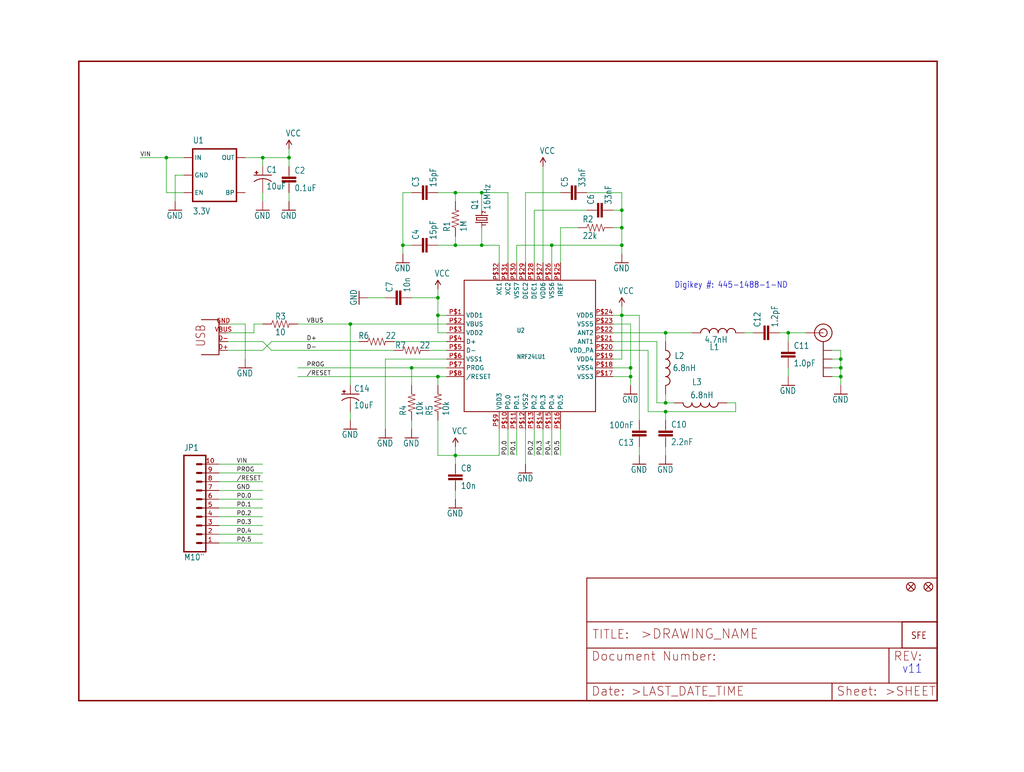
<source format=kicad_sch>
(kicad_sch (version 20211123) (generator eeschema)
  (paper "User" 297.002 223.926)
  (lib_symbols
    (symbol "eagleSchem-eagle-import:CAP0402-CAP"
      (property "Reference" "C" (at 1.524 2.921 0))
      (property "Value" "CAP0402-CAP" (at 1.524 -2.159 0))
      (symbol "CAP0402-CAP_1_0"
        (rectangle (start -2.032 0.508) (end 2.032 1.016) (fill (type outline)))
        (rectangle (start -2.032 1.524) (end 2.032 2.032) (fill (type outline)))
        (polyline (pts (xy 0 0) (xy 0 0.508)) (stroke (width 0.1524)))
        (polyline (pts (xy 0 2.54) (xy 0 2.032)) (stroke (width 0.1524)))
        (pin passive line (at 0 5.08 270) (length 2.54) (name "1") (number "1"))
        (pin passive line (at 0 -2.54 90) (length 2.54) (name "2") (number "2"))
      )
    )
    (symbol "eagleSchem-eagle-import:CAP_POL1206"
      (property "Reference" "C" (at 1.016 0.635 0))
      (property "Value" "CAP_POL1206" (at 1.016 -4.191 0))
      (symbol "CAP_POL1206_1_0"
        (rectangle (start -2.253 0.668) (end -1.364 0.795) (fill (type outline)))
        (rectangle (start -1.872 0.287) (end -1.745 1.176) (fill (type outline)))
        (arc (start 0 -1.0161) (mid -1.3021 -1.2302) (end -2.4669 -1.8504) (stroke (width 0.254)))
        (polyline (pts (xy -2.54 0) (xy 2.54 0)) (stroke (width 0.254)))
        (polyline (pts (xy 0 -1.016) (xy 0 -2.54)) (stroke (width 0.1524)))
        (arc (start 2.4892 -1.8542) (mid 1.3158 -1.2195) (end 0 -1) (stroke (width 0.254)))
        (pin passive line (at 0 2.54 270) (length 2.54) (name "+") (number "A"))
        (pin passive line (at 0 -5.08 90) (length 2.54) (name "-") (number "C"))
      )
    )
    (symbol "eagleSchem-eagle-import:CRYSTAL5X3"
      (property "Reference" "Q" (at 2.54 1.016 0))
      (property "Value" "CRYSTAL5X3" (at 2.54 -2.54 0))
      (symbol "CRYSTAL5X3_1_0"
        (polyline (pts (xy -2.54 0) (xy -1.016 0)) (stroke (width 0.1524)))
        (polyline (pts (xy -1.016 1.778) (xy -1.016 -1.778)) (stroke (width 0.254)))
        (polyline (pts (xy -0.381 -1.524) (xy 0.381 -1.524)) (stroke (width 0.254)))
        (polyline (pts (xy -0.381 1.524) (xy -0.381 -1.524)) (stroke (width 0.254)))
        (polyline (pts (xy 0.381 -1.524) (xy 0.381 1.524)) (stroke (width 0.254)))
        (polyline (pts (xy 0.381 1.524) (xy -0.381 1.524)) (stroke (width 0.254)))
        (polyline (pts (xy 1.016 0) (xy 2.54 0)) (stroke (width 0.1524)))
        (polyline (pts (xy 1.016 1.778) (xy 1.016 -1.778)) (stroke (width 0.254)))
        (text "1" (at -2.159 -1.143 0) (effects (font (size 0.8636 0.734)) (justify left bottom)))
        (text "2" (at 1.524 -1.143 0) (effects (font (size 0.8636 0.734)) (justify left bottom)))
        (pin passive line (at -2.54 0 0) (length 0) (name "1") (number "1"))
        (pin passive line (at 2.54 0 180) (length 0) (name "2") (number "3"))
      )
    )
    (symbol "eagleSchem-eagle-import:FIDUCIAL1X2"
      (symbol "FIDUCIAL1X2_1_0"
        (polyline (pts (xy -0.762 0.762) (xy 0.762 -0.762)) (stroke (width 0.254)))
        (polyline (pts (xy 0.762 0.762) (xy -0.762 -0.762)) (stroke (width 0.254)))
        (circle (center 0 0) (radius 1.27) (stroke (width 0.254)))
      )
    )
    (symbol "eagleSchem-eagle-import:FRAME-LETTER"
      (symbol "FRAME-LETTER_1_0"
        (polyline (pts (xy 0 0) (xy 248.92 0)) (stroke (width 0.4064)))
        (polyline (pts (xy 0 185.42) (xy 0 0)) (stroke (width 0.4064)))
        (polyline (pts (xy 0 185.42) (xy 248.92 185.42)) (stroke (width 0.4064)))
        (polyline (pts (xy 248.92 185.42) (xy 248.92 0)) (stroke (width 0.4064)))
      )
      (symbol "FRAME-LETTER_2_0"
        (polyline (pts (xy 0 0) (xy 0 5.08)) (stroke (width 0.254)))
        (polyline (pts (xy 0 0) (xy 71.12 0)) (stroke (width 0.254)))
        (polyline (pts (xy 0 5.08) (xy 0 15.24)) (stroke (width 0.254)))
        (polyline (pts (xy 0 5.08) (xy 71.12 5.08)) (stroke (width 0.254)))
        (polyline (pts (xy 0 15.24) (xy 0 22.86)) (stroke (width 0.254)))
        (polyline (pts (xy 0 22.86) (xy 0 35.56)) (stroke (width 0.254)))
        (polyline (pts (xy 0 22.86) (xy 101.6 22.86)) (stroke (width 0.254)))
        (polyline (pts (xy 71.12 0) (xy 101.6 0)) (stroke (width 0.254)))
        (polyline (pts (xy 71.12 5.08) (xy 71.12 0)) (stroke (width 0.254)))
        (polyline (pts (xy 71.12 5.08) (xy 87.63 5.08)) (stroke (width 0.254)))
        (polyline (pts (xy 87.63 5.08) (xy 101.6 5.08)) (stroke (width 0.254)))
        (polyline (pts (xy 87.63 15.24) (xy 0 15.24)) (stroke (width 0.254)))
        (polyline (pts (xy 87.63 15.24) (xy 87.63 5.08)) (stroke (width 0.254)))
        (polyline (pts (xy 101.6 5.08) (xy 101.6 0)) (stroke (width 0.254)))
        (polyline (pts (xy 101.6 15.24) (xy 87.63 15.24)) (stroke (width 0.254)))
        (polyline (pts (xy 101.6 15.24) (xy 101.6 5.08)) (stroke (width 0.254)))
        (polyline (pts (xy 101.6 22.86) (xy 101.6 15.24)) (stroke (width 0.254)))
        (polyline (pts (xy 101.6 35.56) (xy 0 35.56)) (stroke (width 0.254)))
        (polyline (pts (xy 101.6 35.56) (xy 101.6 22.86)) (stroke (width 0.254)))
        (text ">DRAWING_NAME" (at 15.494 17.78 0) (effects (font (size 2.7432 2.7432)) (justify left bottom)))
        (text ">LAST_DATE_TIME" (at 12.7 1.27 0) (effects (font (size 2.54 2.54)) (justify left bottom)))
        (text ">SHEET" (at 86.36 1.27 0) (effects (font (size 2.54 2.54)) (justify left bottom)))
        (text "Date:" (at 1.27 1.27 0) (effects (font (size 2.54 2.54)) (justify left bottom)))
        (text "Document Number:" (at 1.27 11.43 0) (effects (font (size 2.54 2.54)) (justify left bottom)))
        (text "REV:" (at 88.9 11.43 0) (effects (font (size 2.54 2.54)) (justify left bottom)))
        (text "Sheet:" (at 72.39 1.27 0) (effects (font (size 2.54 2.54)) (justify left bottom)))
        (text "TITLE:" (at 1.524 17.78 0) (effects (font (size 2.54 2.54)) (justify left bottom)))
      )
    )
    (symbol "eagleSchem-eagle-import:GND" (power)
      (property "Value" "GND" (at -2.54 -2.54 0))
      (symbol "GND_1_0"
        (polyline (pts (xy -1.905 0) (xy 1.905 0)) (stroke (width 0.254)))
        (pin power_in line (at 0 2.54 270) (length 2.54) (name "GND") (number "1"))
      )
    )
    (symbol "eagleSchem-eagle-import:INDUCTOR0402"
      (property "Value" "INDUCTOR0402" (at 2.54 -5.08 0))
      (symbol "INDUCTOR0402_1_0"
        (arc (start 0 -5.08) (mid 0.898 -4.708) (end 1.27 -3.81) (stroke (width 0.254)))
        (arc (start 0 -2.54) (mid 0.898 -2.168) (end 1.27 -1.27) (stroke (width 0.254)))
        (arc (start 0 0) (mid 0.898 0.372) (end 1.27 1.27) (stroke (width 0.254)))
        (arc (start 0 2.54) (mid 0.898 2.912) (end 1.27 3.81) (stroke (width 0.254)))
        (arc (start 1.27 -3.81) (mid 0.898 -2.912) (end 0 -2.54) (stroke (width 0.254)))
        (arc (start 1.27 -1.27) (mid 0.898 -0.372) (end 0 0) (stroke (width 0.254)))
        (arc (start 1.27 1.27) (mid 0.898 2.168) (end 0 2.54) (stroke (width 0.254)))
        (arc (start 1.27 3.81) (mid 0.898 4.708) (end 0 5.08) (stroke (width 0.254)))
        (pin passive line (at 0 7.62 270) (length 2.54) (name "1") (number "1"))
        (pin passive line (at 0 -7.62 90) (length 2.54) (name "2") (number "2"))
      )
    )
    (symbol "eagleSchem-eagle-import:LOGO-SFENEW"
      (symbol "LOGO-SFENEW_1_0"
        (polyline (pts (xy -2.54 -2.54) (xy 7.62 -2.54)) (stroke (width 0.254)))
        (polyline (pts (xy -2.54 5.08) (xy -2.54 -2.54)) (stroke (width 0.254)))
        (polyline (pts (xy 7.62 -2.54) (xy 7.62 5.08)) (stroke (width 0.254)))
        (polyline (pts (xy 7.62 5.08) (xy -2.54 5.08)) (stroke (width 0.254)))
        (text "SFE" (at 0 0 0) (effects (font (size 1.9304 1.6408)) (justify left bottom)))
      )
    )
    (symbol "eagleSchem-eagle-import:LOGO-SFESK"
      (symbol "LOGO-SFESK_1_0"
        (polyline (pts (xy -2.54 -2.54) (xy 7.62 -2.54)) (stroke (width 0.254)))
        (polyline (pts (xy -2.54 5.08) (xy -2.54 -2.54)) (stroke (width 0.254)))
        (polyline (pts (xy 7.62 -2.54) (xy 7.62 5.08)) (stroke (width 0.254)))
        (polyline (pts (xy 7.62 5.08) (xy -2.54 5.08)) (stroke (width 0.254)))
        (text "SFE" (at 0 0 0) (effects (font (size 1.9304 1.6408)) (justify left bottom)))
      )
    )
    (symbol "eagleSchem-eagle-import:M10{dblquote}"
      (property "Reference" "JP" (at 0 8.89 0))
      (property "Value" "M10{dblquote}" (at 0 -22.86 0))
      (symbol "M10{dblquote}_1_0"
        (polyline (pts (xy 0 7.62) (xy 0 -20.32)) (stroke (width 0.4064)))
        (polyline (pts (xy 0 7.62) (xy 6.35 7.62)) (stroke (width 0.4064)))
        (polyline (pts (xy 3.81 -17.78) (xy 5.08 -17.78)) (stroke (width 0.6096)))
        (polyline (pts (xy 3.81 -15.24) (xy 5.08 -15.24)) (stroke (width 0.6096)))
        (polyline (pts (xy 3.81 -12.7) (xy 5.08 -12.7)) (stroke (width 0.6096)))
        (polyline (pts (xy 3.81 -10.16) (xy 5.08 -10.16)) (stroke (width 0.6096)))
        (polyline (pts (xy 3.81 -7.62) (xy 5.08 -7.62)) (stroke (width 0.6096)))
        (polyline (pts (xy 3.81 -5.08) (xy 5.08 -5.08)) (stroke (width 0.6096)))
        (polyline (pts (xy 3.81 -2.54) (xy 5.08 -2.54)) (stroke (width 0.6096)))
        (polyline (pts (xy 3.81 0) (xy 5.08 0)) (stroke (width 0.6096)))
        (polyline (pts (xy 3.81 2.54) (xy 5.08 2.54)) (stroke (width 0.6096)))
        (polyline (pts (xy 3.81 5.08) (xy 5.08 5.08)) (stroke (width 0.6096)))
        (polyline (pts (xy 6.35 -20.32) (xy 0 -20.32)) (stroke (width 0.4064)))
        (polyline (pts (xy 6.35 -20.32) (xy 6.35 7.62)) (stroke (width 0.4064)))
        (pin passive line (at 10.16 -17.78 180) (length 5.08) (name "1") (number "1"))
        (pin passive line (at 10.16 5.08 180) (length 5.08) (name "10") (number "10"))
        (pin passive line (at 10.16 -15.24 180) (length 5.08) (name "2") (number "2"))
        (pin passive line (at 10.16 -12.7 180) (length 5.08) (name "3") (number "3"))
        (pin passive line (at 10.16 -10.16 180) (length 5.08) (name "4") (number "4"))
        (pin passive line (at 10.16 -7.62 180) (length 5.08) (name "5") (number "5"))
        (pin passive line (at 10.16 -5.08 180) (length 5.08) (name "6") (number "6"))
        (pin passive line (at 10.16 -2.54 180) (length 5.08) (name "7") (number "7"))
        (pin passive line (at 10.16 0 180) (length 5.08) (name "8") (number "8"))
        (pin passive line (at 10.16 2.54 180) (length 5.08) (name "9") (number "9"))
      )
    )
    (symbol "eagleSchem-eagle-import:NRF24LU1"
      (property "Value" "NRF24LU1" (at -2.54 -5.08 0))
      (symbol "NRF24LU1_1_0"
        (polyline (pts (xy -17.78 -20.32) (xy -17.78 17.78)) (stroke (width 0.254)))
        (polyline (pts (xy -17.78 -20.32) (xy 20.32 -20.32)) (stroke (width 0.254)))
        (polyline (pts (xy -17.78 17.78) (xy 20.32 17.78)) (stroke (width 0.254)))
        (polyline (pts (xy 20.32 17.78) (xy 20.32 -20.32)) (stroke (width 0.254)))
        (pin bidirectional line (at -22.86 7.62 0) (length 5.08) (name "VDD1") (number "P$1"))
        (pin bidirectional line (at -5.08 -25.4 90) (length 5.08) (name "P0.0") (number "P$10"))
        (pin bidirectional line (at -2.54 -25.4 90) (length 5.08) (name "P0.1") (number "P$11"))
        (pin bidirectional line (at 0 -25.4 90) (length 5.08) (name "VSS2") (number "P$12"))
        (pin bidirectional line (at 2.54 -25.4 90) (length 5.08) (name "P0.2") (number "P$13"))
        (pin bidirectional line (at 5.08 -25.4 90) (length 5.08) (name "P0.3") (number "P$14"))
        (pin bidirectional line (at 7.62 -25.4 90) (length 5.08) (name "P0.4") (number "P$15"))
        (pin bidirectional line (at 10.16 -25.4 90) (length 5.08) (name "P0.5") (number "P$16"))
        (pin bidirectional line (at 25.4 -10.16 180) (length 5.08) (name "VSS3") (number "P$17"))
        (pin bidirectional line (at 25.4 -7.62 180) (length 5.08) (name "VSS4") (number "P$18"))
        (pin bidirectional line (at 25.4 -5.08 180) (length 5.08) (name "VDD4") (number "P$19"))
        (pin bidirectional line (at -22.86 5.08 0) (length 5.08) (name "VBUS") (number "P$2"))
        (pin bidirectional line (at 25.4 -2.54 180) (length 5.08) (name "VDD_PA") (number "P$20"))
        (pin bidirectional line (at 25.4 0 180) (length 5.08) (name "ANT1") (number "P$21"))
        (pin bidirectional line (at 25.4 2.54 180) (length 5.08) (name "ANT2") (number "P$22"))
        (pin bidirectional line (at 25.4 5.08 180) (length 5.08) (name "VSS5") (number "P$23"))
        (pin bidirectional line (at 25.4 7.62 180) (length 5.08) (name "VDD5") (number "P$24"))
        (pin bidirectional line (at 10.16 22.86 270) (length 5.08) (name "IREF") (number "P$25"))
        (pin bidirectional line (at 7.62 22.86 270) (length 5.08) (name "VSS6") (number "P$26"))
        (pin bidirectional line (at 5.08 22.86 270) (length 5.08) (name "VDD6") (number "P$27"))
        (pin bidirectional line (at 2.54 22.86 270) (length 5.08) (name "DEC1") (number "P$28"))
        (pin bidirectional line (at 0 22.86 270) (length 5.08) (name "DEC2") (number "P$29"))
        (pin bidirectional line (at -22.86 2.54 0) (length 5.08) (name "VDD2") (number "P$3"))
        (pin bidirectional line (at -2.54 22.86 270) (length 5.08) (name "VSS7") (number "P$30"))
        (pin bidirectional line (at -5.08 22.86 270) (length 5.08) (name "XC2") (number "P$31"))
        (pin bidirectional line (at -7.62 22.86 270) (length 5.08) (name "XC1") (number "P$32"))
        (pin bidirectional line (at -22.86 0 0) (length 5.08) (name "D+") (number "P$4"))
        (pin bidirectional line (at -22.86 -2.54 0) (length 5.08) (name "D-") (number "P$5"))
        (pin bidirectional line (at -22.86 -5.08 0) (length 5.08) (name "VSS1") (number "P$6"))
        (pin bidirectional line (at -22.86 -7.62 0) (length 5.08) (name "PROG") (number "P$7"))
        (pin bidirectional line (at -22.86 -10.16 0) (length 5.08) (name "/RESET") (number "P$8"))
        (pin bidirectional line (at -7.62 -25.4 90) (length 5.08) (name "VDD3") (number "P$9"))
      )
    )
    (symbol "eagleSchem-eagle-import:RESISTOR0402-RES"
      (property "Reference" "R" (at -3.81 1.4986 0))
      (property "Value" "RESISTOR0402-RES" (at -3.81 -3.302 0))
      (symbol "RESISTOR0402-RES_1_0"
        (polyline (pts (xy -2.54 0) (xy -2.159 1.016)) (stroke (width 0.1524)))
        (polyline (pts (xy -2.159 1.016) (xy -1.524 -1.016)) (stroke (width 0.1524)))
        (polyline (pts (xy -1.524 -1.016) (xy -0.889 1.016)) (stroke (width 0.1524)))
        (polyline (pts (xy -0.889 1.016) (xy -0.254 -1.016)) (stroke (width 0.1524)))
        (polyline (pts (xy -0.254 -1.016) (xy 0.381 1.016)) (stroke (width 0.1524)))
        (polyline (pts (xy 0.381 1.016) (xy 1.016 -1.016)) (stroke (width 0.1524)))
        (polyline (pts (xy 1.016 -1.016) (xy 1.651 1.016)) (stroke (width 0.1524)))
        (polyline (pts (xy 1.651 1.016) (xy 2.286 -1.016)) (stroke (width 0.1524)))
        (polyline (pts (xy 2.286 -1.016) (xy 2.54 0)) (stroke (width 0.1524)))
        (pin passive line (at -5.08 0 0) (length 2.54) (name "1") (number "1"))
        (pin passive line (at 5.08 0 180) (length 2.54) (name "2") (number "2"))
      )
    )
    (symbol "eagleSchem-eagle-import:RESISTOR1206"
      (property "Reference" "R" (at -3.81 1.4986 0))
      (property "Value" "RESISTOR1206" (at -3.81 -3.302 0))
      (symbol "RESISTOR1206_1_0"
        (polyline (pts (xy -2.54 0) (xy -2.159 1.016)) (stroke (width 0.1524)))
        (polyline (pts (xy -2.159 1.016) (xy -1.524 -1.016)) (stroke (width 0.1524)))
        (polyline (pts (xy -1.524 -1.016) (xy -0.889 1.016)) (stroke (width 0.1524)))
        (polyline (pts (xy -0.889 1.016) (xy -0.254 -1.016)) (stroke (width 0.1524)))
        (polyline (pts (xy -0.254 -1.016) (xy 0.381 1.016)) (stroke (width 0.1524)))
        (polyline (pts (xy 0.381 1.016) (xy 1.016 -1.016)) (stroke (width 0.1524)))
        (polyline (pts (xy 1.016 -1.016) (xy 1.651 1.016)) (stroke (width 0.1524)))
        (polyline (pts (xy 1.651 1.016) (xy 2.286 -1.016)) (stroke (width 0.1524)))
        (polyline (pts (xy 2.286 -1.016) (xy 2.54 0)) (stroke (width 0.1524)))
        (pin passive line (at -5.08 0 0) (length 2.54) (name "1") (number "1"))
        (pin passive line (at 5.08 0 180) (length 2.54) (name "2") (number "2"))
      )
    )
    (symbol "eagleSchem-eagle-import:SMA_EDGE"
      (symbol "SMA_EDGE_1_0"
        (polyline (pts (xy 0 -2.54) (xy 0 -12.7)) (stroke (width 0.254)))
        (circle (center 0 0) (radius 1.1359) (stroke (width 0.254)))
        (circle (center 0 0) (radius 2.54) (stroke (width 0.254)))
        (pin bidirectional line (at -2.54 -5.08 0) (length 2.54) (name "GND@0") (number "GND@0"))
        (pin bidirectional line (at -2.54 -7.62 0) (length 2.54) (name "GND@1") (number "GND@1"))
        (pin bidirectional line (at -2.54 -10.16 0) (length 2.54) (name "GND@2") (number "GND@2"))
        (pin bidirectional line (at -2.54 -12.7 0) (length 2.54) (name "GND@3") (number "GND@3"))
        (pin bidirectional line (at 5.08 0 180) (length 5.08) (name "SIGNAL") (number "SIG"))
      )
    )
    (symbol "eagleSchem-eagle-import:USBSMD"
      (symbol "USBSMD_1_0"
        (polyline (pts (xy 0 -1.27) (xy 5.08 -1.27)) (stroke (width 0.254)))
        (polyline (pts (xy 0 8.89) (xy 0 -1.27)) (stroke (width 0.254)))
        (polyline (pts (xy 5.08 8.89) (xy 0 8.89)) (stroke (width 0.254)))
        (text "USB" (at 3.81 0 900) (effects (font (size 2.54 2.159)) (justify left bottom)))
        (pin bidirectional line (at -2.54 7.62 0) (length 2.54) (name "D+") (number "D+"))
        (pin bidirectional line (at -2.54 5.08 0) (length 2.54) (name "D-") (number "D-"))
        (pin bidirectional line (at -2.54 0 0) (length 2.54) (name "GND") (number "GND"))
        (pin bidirectional line (at -2.54 2.54 0) (length 2.54) (name "VBUS") (number "VBUS"))
      )
    )
    (symbol "eagleSchem-eagle-import:VCC" (power)
      (property "Value" "VCC" (at -1.016 3.556 0))
      (symbol "VCC_1_0"
        (polyline (pts (xy 0 2.54) (xy -0.762 1.27)) (stroke (width 0.254)))
        (polyline (pts (xy 0.762 1.27) (xy 0 2.54)) (stroke (width 0.254)))
        (pin power_in line (at 0 0 90) (length 2.54) (name "VCC") (number "1"))
      )
    )
    (symbol "eagleSchem-eagle-import:V_REG_LDOSMD"
      (property "Value" "V_REG_LDOSMD" (at -7.62 -11.43 0))
      (symbol "V_REG_LDOSMD_1_0"
        (polyline (pts (xy -7.62 -7.62) (xy 5.08 -7.62)) (stroke (width 0.4064)))
        (polyline (pts (xy -7.62 7.62) (xy -7.62 -7.62)) (stroke (width 0.4064)))
        (polyline (pts (xy 5.08 -7.62) (xy 5.08 7.62)) (stroke (width 0.4064)))
        (polyline (pts (xy 5.08 7.62) (xy -7.62 7.62)) (stroke (width 0.4064)))
        (pin input line (at -10.16 5.08 0) (length 2.54) (name "IN") (number "1"))
        (pin input line (at -10.16 0 0) (length 2.54) (name "GND") (number "2"))
        (pin input line (at -10.16 -5.08 0) (length 2.54) (name "EN") (number "3"))
        (pin input line (at 7.62 -5.08 180) (length 2.54) (name "BP") (number "4"))
        (pin passive line (at 7.62 5.08 180) (length 2.54) (name "OUT") (number "5"))
      )
    )
  )
  (junction (at 193.04 96.52))
  (junction (at 182.88 109.22))
  (junction (at 132.08 55.88))
  (junction (at 228.6 96.52))
  (junction (at 160.02 71.12))
  (junction (at 101.6 93.98))
  (junction (at 180.34 66.04))
  (junction (at 48.26 45.72))
  (junction (at 132.08 71.12))
  (junction (at 180.34 60.96))
  (junction (at 193.04 119.38))
  (junction (at 243.84 104.14))
  (junction (at 180.34 91.44))
  (junction (at 119.38 106.68))
  (junction (at 139.7 71.12))
  (junction (at 76.2 45.72))
  (junction (at 180.34 71.12))
  (junction (at 127 86.36))
  (junction (at 139.7 55.88))
  (junction (at 182.88 106.68))
  (junction (at 127 91.44))
  (junction (at 116.84 71.12))
  (junction (at 243.84 106.68))
  (junction (at 132.08 132.08))
  (junction (at 83.82 45.72))
  (junction (at 127 109.22))
  (junction (at 193.04 116.84))
  (junction (at 243.84 109.22))
  (wire (pts (xy 177.8 106.68) (xy 182.88 106.68)))
  (wire (pts (xy 132.08 132.08) (xy 132.08 129.54)))
  (wire (pts (xy 177.8 96.52) (xy 193.04 96.52)))
  (wire (pts (xy 243.84 106.68) (xy 243.84 109.22)))
  (wire (pts (xy 63.5 154.94) (xy 76.2 154.94)))
  (wire (pts (xy 132.08 134.62) (xy 132.08 132.08)))
  (wire (pts (xy 157.48 124.46) (xy 157.48 132.08)))
  (wire (pts (xy 129.54 91.44) (xy 127 91.44)))
  (wire (pts (xy 185.42 129.54) (xy 185.42 132.08)))
  (wire (pts (xy 119.38 71.12) (xy 116.84 71.12)))
  (wire (pts (xy 132.08 132.08) (xy 144.78 132.08)))
  (wire (pts (xy 83.82 43.18) (xy 83.82 45.72)))
  (wire (pts (xy 101.6 111.76) (xy 101.6 93.98)))
  (wire (pts (xy 127 121.92) (xy 127 132.08)))
  (wire (pts (xy 101.6 119.38) (xy 101.6 121.92)))
  (wire (pts (xy 129.54 106.68) (xy 119.38 106.68)))
  (wire (pts (xy 116.84 71.12) (xy 116.84 55.88)))
  (wire (pts (xy 48.26 45.72) (xy 48.26 55.88)))
  (wire (pts (xy 213.36 116.84) (xy 210.82 116.84)))
  (wire (pts (xy 243.84 109.22) (xy 243.84 111.76)))
  (wire (pts (xy 116.84 55.88) (xy 119.38 55.88)))
  (wire (pts (xy 149.86 76.2) (xy 149.86 71.12)))
  (wire (pts (xy 127 109.22) (xy 86.36 109.22)))
  (wire (pts (xy 147.32 55.88) (xy 147.32 76.2)))
  (wire (pts (xy 190.5 99.06) (xy 190.5 116.84)))
  (wire (pts (xy 139.7 71.12) (xy 144.78 71.12)))
  (wire (pts (xy 111.76 104.14) (xy 111.76 124.46)))
  (wire (pts (xy 193.04 116.84) (xy 195.58 116.84)))
  (wire (pts (xy 63.5 137.16) (xy 76.2 137.16)))
  (wire (pts (xy 63.5 157.48) (xy 76.2 157.48)))
  (wire (pts (xy 177.8 109.22) (xy 182.88 109.22)))
  (wire (pts (xy 124.46 101.6) (xy 129.54 101.6)))
  (wire (pts (xy 187.96 101.6) (xy 187.96 119.38)))
  (wire (pts (xy 180.34 91.44) (xy 185.42 91.44)))
  (wire (pts (xy 48.26 45.72) (xy 40.64 45.72)))
  (wire (pts (xy 144.78 132.08) (xy 144.78 124.46)))
  (wire (pts (xy 182.88 93.98) (xy 182.88 106.68)))
  (wire (pts (xy 127 109.22) (xy 127 111.76)))
  (wire (pts (xy 177.8 101.6) (xy 187.96 101.6)))
  (wire (pts (xy 154.94 124.46) (xy 154.94 132.08)))
  (wire (pts (xy 144.78 71.12) (xy 144.78 76.2)))
  (wire (pts (xy 63.5 147.32) (xy 76.2 147.32)))
  (wire (pts (xy 241.3 101.6) (xy 243.84 101.6)))
  (wire (pts (xy 177.8 93.98) (xy 182.88 93.98)))
  (wire (pts (xy 193.04 114.3) (xy 193.04 116.84)))
  (wire (pts (xy 119.38 106.68) (xy 86.36 106.68)))
  (wire (pts (xy 127 91.44) (xy 127 86.36)))
  (wire (pts (xy 132.08 58.42) (xy 132.08 55.88)))
  (wire (pts (xy 177.8 104.14) (xy 180.34 104.14)))
  (wire (pts (xy 86.36 93.98) (xy 101.6 93.98)))
  (wire (pts (xy 53.34 45.72) (xy 48.26 45.72)))
  (wire (pts (xy 63.5 139.7) (xy 76.2 139.7)))
  (wire (pts (xy 241.3 109.22) (xy 243.84 109.22)))
  (wire (pts (xy 48.26 55.88) (xy 53.34 55.88)))
  (wire (pts (xy 50.8 50.8) (xy 50.8 58.42)))
  (wire (pts (xy 162.56 124.46) (xy 162.56 132.08)))
  (wire (pts (xy 200.66 96.52) (xy 193.04 96.52)))
  (wire (pts (xy 149.86 71.12) (xy 160.02 71.12)))
  (wire (pts (xy 193.04 119.38) (xy 213.36 119.38)))
  (wire (pts (xy 180.34 60.96) (xy 180.34 55.88)))
  (wire (pts (xy 132.08 71.12) (xy 127 71.12)))
  (wire (pts (xy 127 86.36) (xy 127 83.82)))
  (wire (pts (xy 157.48 76.2) (xy 157.48 48.26)))
  (wire (pts (xy 187.96 119.38) (xy 193.04 119.38)))
  (wire (pts (xy 243.84 101.6) (xy 243.84 104.14)))
  (wire (pts (xy 182.88 106.68) (xy 182.88 109.22)))
  (wire (pts (xy 228.6 106.68) (xy 228.6 109.22)))
  (wire (pts (xy 78.74 99.06) (xy 76.2 101.6)))
  (wire (pts (xy 180.34 104.14) (xy 180.34 91.44)))
  (wire (pts (xy 132.08 55.88) (xy 127 55.88)))
  (wire (pts (xy 119.38 111.76) (xy 119.38 106.68)))
  (wire (pts (xy 177.8 60.96) (xy 180.34 60.96)))
  (wire (pts (xy 114.3 101.6) (xy 78.74 101.6)))
  (wire (pts (xy 152.4 124.46) (xy 152.4 134.62)))
  (wire (pts (xy 63.5 144.78) (xy 76.2 144.78)))
  (wire (pts (xy 213.36 119.38) (xy 213.36 116.84)))
  (wire (pts (xy 139.7 55.88) (xy 132.08 55.88)))
  (wire (pts (xy 76.2 48.26) (xy 76.2 45.72)))
  (wire (pts (xy 132.08 68.58) (xy 132.08 71.12)))
  (wire (pts (xy 177.8 66.04) (xy 180.34 66.04)))
  (wire (pts (xy 180.34 71.12) (xy 180.34 73.66)))
  (wire (pts (xy 129.54 99.06) (xy 114.3 99.06)))
  (wire (pts (xy 162.56 76.2) (xy 162.56 66.04)))
  (wire (pts (xy 241.3 106.68) (xy 243.84 106.68)))
  (wire (pts (xy 116.84 71.12) (xy 116.84 73.66)))
  (wire (pts (xy 129.54 109.22) (xy 127 109.22)))
  (wire (pts (xy 139.7 60.96) (xy 139.7 55.88)))
  (wire (pts (xy 154.94 60.96) (xy 170.18 60.96)))
  (wire (pts (xy 78.74 101.6) (xy 76.2 99.06)))
  (wire (pts (xy 228.6 96.52) (xy 226.06 96.52)))
  (wire (pts (xy 193.04 119.38) (xy 193.04 121.92)))
  (wire (pts (xy 228.6 96.52) (xy 233.68 96.52)))
  (wire (pts (xy 241.3 104.14) (xy 243.84 104.14)))
  (wire (pts (xy 139.7 66.04) (xy 139.7 71.12)))
  (wire (pts (xy 63.5 142.24) (xy 76.2 142.24)))
  (wire (pts (xy 218.44 96.52) (xy 215.9 96.52)))
  (wire (pts (xy 160.02 71.12) (xy 180.34 71.12)))
  (wire (pts (xy 71.12 93.98) (xy 66.04 93.98)))
  (wire (pts (xy 190.5 116.84) (xy 193.04 116.84)))
  (wire (pts (xy 177.8 91.44) (xy 180.34 91.44)))
  (wire (pts (xy 180.34 91.44) (xy 180.34 88.9)))
  (wire (pts (xy 76.2 58.42) (xy 76.2 55.88)))
  (wire (pts (xy 104.14 99.06) (xy 78.74 99.06)))
  (wire (pts (xy 147.32 124.46) (xy 147.32 132.08)))
  (wire (pts (xy 132.08 142.24) (xy 132.08 144.78)))
  (wire (pts (xy 76.2 45.72) (xy 83.82 45.72)))
  (wire (pts (xy 63.5 134.62) (xy 76.2 134.62)))
  (wire (pts (xy 180.34 66.04) (xy 180.34 60.96)))
  (wire (pts (xy 193.04 99.06) (xy 193.04 96.52)))
  (wire (pts (xy 228.6 99.06) (xy 228.6 96.52)))
  (wire (pts (xy 127 132.08) (xy 132.08 132.08)))
  (wire (pts (xy 76.2 93.98) (xy 73.66 93.98)))
  (wire (pts (xy 111.76 86.36) (xy 106.68 86.36)))
  (wire (pts (xy 193.04 129.54) (xy 193.04 132.08)))
  (wire (pts (xy 127 96.52) (xy 127 91.44)))
  (wire (pts (xy 83.82 55.88) (xy 83.82 58.42)))
  (wire (pts (xy 71.12 93.98) (xy 71.12 104.14)))
  (wire (pts (xy 243.84 104.14) (xy 243.84 106.68)))
  (wire (pts (xy 63.5 152.4) (xy 76.2 152.4)))
  (wire (pts (xy 53.34 50.8) (xy 50.8 50.8)))
  (wire (pts (xy 73.66 93.98) (xy 73.66 96.52)))
  (wire (pts (xy 152.4 55.88) (xy 162.56 55.88)))
  (wire (pts (xy 154.94 76.2) (xy 154.94 60.96)))
  (wire (pts (xy 160.02 76.2) (xy 160.02 71.12)))
  (wire (pts (xy 180.34 71.12) (xy 180.34 66.04)))
  (wire (pts (xy 76.2 101.6) (xy 66.04 101.6)))
  (wire (pts (xy 119.38 121.92) (xy 119.38 124.46)))
  (wire (pts (xy 139.7 55.88) (xy 147.32 55.88)))
  (wire (pts (xy 177.8 99.06) (xy 190.5 99.06)))
  (wire (pts (xy 129.54 104.14) (xy 111.76 104.14)))
  (wire (pts (xy 129.54 96.52) (xy 127 96.52)))
  (wire (pts (xy 139.7 71.12) (xy 132.08 71.12)))
  (wire (pts (xy 76.2 99.06) (xy 66.04 99.06)))
  (wire (pts (xy 129.54 93.98) (xy 101.6 93.98)))
  (wire (pts (xy 185.42 91.44) (xy 185.42 121.92)))
  (wire (pts (xy 152.4 76.2) (xy 152.4 55.88)))
  (wire (pts (xy 182.88 109.22) (xy 182.88 111.76)))
  (wire (pts (xy 63.5 149.86) (xy 76.2 149.86)))
  (wire (pts (xy 180.34 55.88) (xy 170.18 55.88)))
  (wire (pts (xy 83.82 48.26) (xy 83.82 45.72)))
  (wire (pts (xy 127 86.36) (xy 119.38 86.36)))
  (wire (pts (xy 149.86 124.46) (xy 149.86 132.08)))
  (wire (pts (xy 73.66 96.52) (xy 66.04 96.52)))
  (wire (pts (xy 160.02 124.46) (xy 160.02 132.08)))
  (wire (pts (xy 71.12 45.72) (xy 76.2 45.72)))
  (wire (pts (xy 162.56 66.04) (xy 167.64 66.04)))
  (text "v11" (at 261.62 195.58 180) (effects (font (size 2.54 2.159)) (justify left bottom)))
  (text "Digikey #: 445-1488-1-ND" (at 195.58 83.82 180) (effects (font (size 1.778 1.5113)) (justify left bottom)))
  (label "P0.2" (at 68.58 149.86 0) (effects (font (size 1.2446 1.2446))))
  (label "D+" (at 88.9 99.06 0) (effects (font (size 1.2446 1.2446))))
  (label "GND" (at 68.58 142.24 0) (effects (font (size 1.2446 1.2446))))
  (label "/RESET" (at 88.9 109.22 0) (effects (font (size 1.2446 1.2446))))
  (label "/RESET" (at 68.58 139.7 0) (effects (font (size 1.2446 1.2446))))
  (label "VIN" (at 68.58 134.62 0) (effects (font (size 1.2446 1.2446))))
  (label "VIN" (at 40.64 45.72 0) (effects (font (size 1.2446 1.2446))))
  (label "P0.2" (at 154.94 132.08 90) (effects (font (size 1.2446 1.2446))))
  (label "P0.1" (at 149.86 132.08 90) (effects (font (size 1.2446 1.2446))))
  (label "P0.5" (at 68.58 157.48 0) (effects (font (size 1.2446 1.2446))))
  (label "P0.0" (at 68.58 144.78 0) (effects (font (size 1.2446 1.2446))))
  (label "P0.4" (at 160.02 132.08 90) (effects (font (size 1.2446 1.2446))))
  (label "PROG" (at 68.58 137.16 0) (effects (font (size 1.2446 1.2446))))
  (label "P0.5" (at 162.56 132.08 90) (effects (font (size 1.2446 1.2446))))
  (label "P0.1" (at 68.58 147.32 0) (effects (font (size 1.2446 1.2446))))
  (label "P0.4" (at 68.58 154.94 0) (effects (font (size 1.2446 1.2446))))
  (label "PROG" (at 88.9 106.68 0) (effects (font (size 1.2446 1.2446))))
  (label "P0.0" (at 147.32 132.08 90) (effects (font (size 1.2446 1.2446))))
  (label "D-" (at 88.9 101.6 0) (effects (font (size 1.2446 1.2446))))
  (label "P0.3" (at 157.48 132.08 90) (effects (font (size 1.2446 1.2446))))
  (label "VBUS" (at 88.9 93.98 0) (effects (font (size 1.2446 1.2446))))
  (label "P0.3" (at 68.58 152.4 0) (effects (font (size 1.2446 1.2446))))
  (symbol (lib_id "eagleSchem-eagle-import:FRAME-LETTER") (at 22.86 203.2 0) (unit 1)
    (property "Reference" "#FRAME1" (effects hide))
    (property "Value" "FRAME-LETTER" (effects hide))
    (property "Footprint" "eagleSchem:" (effects hide))
  )
  (symbol (lib_id "eagleSchem-eagle-import:NRF24LU1") (at 152.4 99.06 0) (unit 1)
    (property "Reference" "U2" (at 149.86 96.52 0) (effects (font (size 1.27 1.0795)) (justify left bottom)))
    (property "Value" "NRF24LU1" (at 149.86 104.14 0) (effects (font (size 1.27 1.0795)) (justify left bottom)))
    (property "Footprint" "eagleSchem:QFN-32" (effects hide))
  )
  (symbol (lib_id "eagleSchem-eagle-import:VCC") (at 83.82 43.18 0) (unit 1)
    (property "Reference" "#P+1" (effects hide))
    (property "Value" "VCC" (at 82.804 39.624 0) (effects (font (size 1.778 1.5113)) (justify left bottom)))
    (property "Footprint" "eagleSchem:" (effects hide))
  )
  (symbol (lib_id "eagleSchem-eagle-import:CRYSTAL5X3") (at 139.7 63.5 90) (unit 1)
    (property "Reference" "Q1" (at 138.684 60.96 0) (effects (font (size 1.778 1.5113)) (justify left bottom)))
    (property "Value" "16MHz" (at 142.24 60.96 0) (effects (font (size 1.778 1.5113)) (justify left bottom)))
    (property "Footprint" "eagleSchem:CRYSTAL-SMD-5X3" (effects hide))
  )
  (symbol (lib_id "eagleSchem-eagle-import:FRAME-LETTER") (at 170.18 203.2 0) (unit 2)
    (property "Reference" "#FRAME1" (effects hide))
    (property "Value" "FRAME-LETTER" (effects hide))
    (property "Footprint" "eagleSchem:" (effects hide))
  )
  (symbol (lib_id "eagleSchem-eagle-import:GND") (at 104.14 86.36 270) (unit 1)
    (property "Reference" "#GND12" (effects hide))
    (property "Value" "GND" (at 101.6 83.82 0) (effects (font (size 1.778 1.5113)) (justify left bottom)))
    (property "Footprint" "eagleSchem:" (effects hide))
  )
  (symbol (lib_id "eagleSchem-eagle-import:SMA_EDGE") (at 238.76 96.52 0) (mirror y) (unit 1)
    (property "Reference" "J$1" (effects hide))
    (property "Value" "SMA_EDGE" (effects hide))
    (property "Footprint" "eagleSchem:SMA-EDGE" (effects hide))
  )
  (symbol (lib_id "eagleSchem-eagle-import:CAP_POL1206") (at 101.6 114.3 0) (unit 1)
    (property "Reference" "C14" (at 102.616 113.665 0) (effects (font (size 1.778 1.5113)) (justify left bottom)))
    (property "Value" "10uF" (at 102.616 118.491 0) (effects (font (size 1.778 1.5113)) (justify left bottom)))
    (property "Footprint" "eagleSchem:EIA3216" (effects hide))
  )
  (symbol (lib_id "eagleSchem-eagle-import:CAP0402-CAP") (at 223.52 96.52 90) (unit 1)
    (property "Reference" "C12" (at 220.599 94.996 0) (effects (font (size 1.778 1.5113)) (justify left bottom)))
    (property "Value" "1.2pF" (at 225.679 94.996 0) (effects (font (size 1.778 1.5113)) (justify left bottom)))
    (property "Footprint" "eagleSchem:0402-CAP" (effects hide))
  )
  (symbol (lib_id "eagleSchem-eagle-import:CAP0402-CAP") (at 132.08 139.7 0) (unit 1)
    (property "Reference" "C8" (at 133.604 136.779 0) (effects (font (size 1.778 1.5113)) (justify left bottom)))
    (property "Value" "10n" (at 133.604 141.859 0) (effects (font (size 1.778 1.5113)) (justify left bottom)))
    (property "Footprint" "eagleSchem:0402-CAP" (effects hide))
  )
  (symbol (lib_id "eagleSchem-eagle-import:INDUCTOR0402") (at 203.2 116.84 270) (unit 1)
    (property "Reference" "L3" (at 200.66 111.76 90) (effects (font (size 1.778 1.5113)) (justify left bottom)))
    (property "Value" "6.8nH" (at 200.152 115.57 90) (effects (font (size 1.778 1.5113)) (justify left bottom)))
    (property "Footprint" "eagleSchem:C0402" (effects hide))
  )
  (symbol (lib_id "eagleSchem-eagle-import:GND") (at 185.42 134.62 0) (unit 1)
    (property "Reference" "#GND17" (effects hide))
    (property "Value" "GND" (at 182.88 137.16 0) (effects (font (size 1.778 1.5113)) (justify left bottom)))
    (property "Footprint" "eagleSchem:" (effects hide))
  )
  (symbol (lib_id "eagleSchem-eagle-import:FIDUCIAL1X2") (at 269.24 170.18 0) (unit 1)
    (property "Reference" "U$13" (effects hide))
    (property "Value" "FIDUCIAL1X2" (effects hide))
    (property "Footprint" "eagleSchem:FIDUCIAL-1X2" (effects hide))
  )
  (symbol (lib_id "eagleSchem-eagle-import:USBSMD") (at 63.5 93.98 180) (unit 1)
    (property "Reference" "X1" (effects hide))
    (property "Value" "USBSMD" (effects hide))
    (property "Footprint" "eagleSchem:USB-MINIB" (effects hide))
  )
  (symbol (lib_id "eagleSchem-eagle-import:CAP0402-CAP") (at 124.46 71.12 90) (unit 1)
    (property "Reference" "C4" (at 121.539 69.596 0) (effects (font (size 1.778 1.5113)) (justify left bottom)))
    (property "Value" "15pF" (at 126.619 69.596 0) (effects (font (size 1.778 1.5113)) (justify left bottom)))
    (property "Footprint" "eagleSchem:0402-CAP" (effects hide))
  )
  (symbol (lib_id "eagleSchem-eagle-import:INDUCTOR0402") (at 208.28 96.52 90) (unit 1)
    (property "Reference" "L1" (at 205.74 101.6 90) (effects (font (size 1.778 1.5113)) (justify right top)))
    (property "Value" "4.7nH" (at 211.074 97.536 90) (effects (font (size 1.778 1.5113)) (justify left bottom)))
    (property "Footprint" "eagleSchem:C0402" (effects hide))
  )
  (symbol (lib_id "eagleSchem-eagle-import:RESISTOR0402-RES") (at 127 116.84 90) (unit 1)
    (property "Reference" "R5" (at 125.5014 120.65 0) (effects (font (size 1.778 1.5113)) (justify left bottom)))
    (property "Value" "10k" (at 130.302 120.65 0) (effects (font (size 1.778 1.5113)) (justify left bottom)))
    (property "Footprint" "eagleSchem:0402-RES" (effects hide))
  )
  (symbol (lib_id "eagleSchem-eagle-import:CAP0402-CAP") (at 83.82 53.34 0) (unit 1)
    (property "Reference" "C2" (at 85.344 50.419 0) (effects (font (size 1.778 1.5113)) (justify left bottom)))
    (property "Value" "0.1uF" (at 85.344 55.499 0) (effects (font (size 1.778 1.5113)) (justify left bottom)))
    (property "Footprint" "eagleSchem:0402-CAP" (effects hide))
  )
  (symbol (lib_id "eagleSchem-eagle-import:GND") (at 116.84 76.2 0) (unit 1)
    (property "Reference" "#GND3" (effects hide))
    (property "Value" "GND" (at 114.3 78.74 0) (effects (font (size 1.778 1.5113)) (justify left bottom)))
    (property "Footprint" "eagleSchem:" (effects hide))
  )
  (symbol (lib_id "eagleSchem-eagle-import:RESISTOR0402-RES") (at 119.38 101.6 0) (unit 1)
    (property "Reference" "R7" (at 114.554 101.1174 0) (effects (font (size 1.778 1.5113)) (justify left bottom)))
    (property "Value" "22" (at 121.666 101.092 0) (effects (font (size 1.778 1.5113)) (justify left bottom)))
    (property "Footprint" "eagleSchem:0402-RES" (effects hide))
  )
  (symbol (lib_id "eagleSchem-eagle-import:CAP0402-CAP") (at 193.04 127 0) (unit 1)
    (property "Reference" "C10" (at 194.564 124.079 0) (effects (font (size 1.778 1.5113)) (justify left bottom)))
    (property "Value" "2.2nF" (at 194.564 129.159 0) (effects (font (size 1.778 1.5113)) (justify left bottom)))
    (property "Footprint" "eagleSchem:0402-CAP" (effects hide))
  )
  (symbol (lib_id "eagleSchem-eagle-import:CAP0402-CAP") (at 116.84 86.36 90) (unit 1)
    (property "Reference" "C7" (at 113.919 84.836 0) (effects (font (size 1.778 1.5113)) (justify left bottom)))
    (property "Value" "10n" (at 118.999 84.836 0) (effects (font (size 1.778 1.5113)) (justify left bottom)))
    (property "Footprint" "eagleSchem:0402-CAP" (effects hide))
  )
  (symbol (lib_id "eagleSchem-eagle-import:GND") (at 50.8 60.96 0) (unit 1)
    (property "Reference" "#GND1" (effects hide))
    (property "Value" "GND" (at 48.26 63.5 0) (effects (font (size 1.778 1.5113)) (justify left bottom)))
    (property "Footprint" "eagleSchem:" (effects hide))
  )
  (symbol (lib_id "eagleSchem-eagle-import:CAP0402-CAP") (at 185.42 124.46 180) (unit 1)
    (property "Reference" "C13" (at 183.896 127.381 0) (effects (font (size 1.778 1.5113)) (justify left bottom)))
    (property "Value" "100nF" (at 183.896 122.301 0) (effects (font (size 1.778 1.5113)) (justify left bottom)))
    (property "Footprint" "eagleSchem:0402-CAP" (effects hide))
  )
  (symbol (lib_id "eagleSchem-eagle-import:VCC") (at 127 83.82 0) (unit 1)
    (property "Reference" "#P+5" (effects hide))
    (property "Value" "VCC" (at 125.984 80.264 0) (effects (font (size 1.778 1.5113)) (justify left bottom)))
    (property "Footprint" "eagleSchem:" (effects hide))
  )
  (symbol (lib_id "eagleSchem-eagle-import:RESISTOR0402-RES") (at 132.08 63.5 90) (unit 1)
    (property "Reference" "R1" (at 130.5814 67.31 0) (effects (font (size 1.778 1.5113)) (justify left bottom)))
    (property "Value" "1M" (at 135.382 67.31 0) (effects (font (size 1.778 1.5113)) (justify left bottom)))
    (property "Footprint" "eagleSchem:0402-RES" (effects hide))
  )
  (symbol (lib_id "eagleSchem-eagle-import:GND") (at 76.2 60.96 0) (unit 1)
    (property "Reference" "#GND2" (effects hide))
    (property "Value" "GND" (at 73.66 63.5 0) (effects (font (size 1.778 1.5113)) (justify left bottom)))
    (property "Footprint" "eagleSchem:" (effects hide))
  )
  (symbol (lib_id "eagleSchem-eagle-import:LOGO-SFENEW") (at 264.16 185.42 0) (unit 1)
    (property "Reference" "JP2" (effects hide))
    (property "Value" "LOGO-SFENEW" (effects hide))
    (property "Footprint" "eagleSchem:SFE-NEW-WEBLOGO" (effects hide))
  )
  (symbol (lib_id "eagleSchem-eagle-import:CAP0402-CAP") (at 167.64 55.88 90) (unit 1)
    (property "Reference" "C5" (at 164.719 54.356 0) (effects (font (size 1.778 1.5113)) (justify left bottom)))
    (property "Value" "33nF" (at 169.799 54.356 0) (effects (font (size 1.778 1.5113)) (justify left bottom)))
    (property "Footprint" "eagleSchem:0402-CAP" (effects hide))
  )
  (symbol (lib_id "eagleSchem-eagle-import:VCC") (at 180.34 88.9 0) (unit 1)
    (property "Reference" "#P+4" (effects hide))
    (property "Value" "VCC" (at 179.324 85.344 0) (effects (font (size 1.778 1.5113)) (justify left bottom)))
    (property "Footprint" "eagleSchem:" (effects hide))
  )
  (symbol (lib_id "eagleSchem-eagle-import:V_REG_LDOSMD") (at 63.5 50.8 0) (unit 1)
    (property "Reference" "U1" (at 55.88 41.656 0) (effects (font (size 1.778 1.5113)) (justify left bottom)))
    (property "Value" "3.3V" (at 55.88 62.23 0) (effects (font (size 1.778 1.5113)) (justify left bottom)))
    (property "Footprint" "eagleSchem:SOT23-5" (effects hide))
  )
  (symbol (lib_id "eagleSchem-eagle-import:VCC") (at 157.48 48.26 0) (unit 1)
    (property "Reference" "#P+2" (effects hide))
    (property "Value" "VCC" (at 156.464 44.704 0) (effects (font (size 1.778 1.5113)) (justify left bottom)))
    (property "Footprint" "eagleSchem:" (effects hide))
  )
  (symbol (lib_id "eagleSchem-eagle-import:GND") (at 119.38 127 0) (unit 1)
    (property "Reference" "#GND8" (effects hide))
    (property "Value" "GND" (at 116.84 129.54 0) (effects (font (size 1.778 1.5113)) (justify left bottom)))
    (property "Footprint" "eagleSchem:" (effects hide))
  )
  (symbol (lib_id "eagleSchem-eagle-import:LOGO-SFESK") (at 264.16 185.42 0) (unit 1)
    (property "Reference" "U$14" (effects hide))
    (property "Value" "LOGO-SFESK" (effects hide))
    (property "Footprint" "eagleSchem:SFE-LOGO-FLAME" (effects hide))
  )
  (symbol (lib_id "eagleSchem-eagle-import:CAP0402-CAP") (at 175.26 60.96 90) (unit 1)
    (property "Reference" "C6" (at 172.339 59.436 0) (effects (font (size 1.778 1.5113)) (justify left bottom)))
    (property "Value" "33nF" (at 177.419 59.436 0) (effects (font (size 1.778 1.5113)) (justify left bottom)))
    (property "Footprint" "eagleSchem:0402-CAP" (effects hide))
  )
  (symbol (lib_id "eagleSchem-eagle-import:M10{dblquote}") (at 53.34 139.7 0) (unit 1)
    (property "Reference" "JP1" (at 53.34 130.81 0) (effects (font (size 1.778 1.5113)) (justify left bottom)))
    (property "Value" "M10{dblquote}" (at 53.34 162.56 0) (effects (font (size 1.778 1.5113)) (justify left bottom)))
    (property "Footprint" "eagleSchem:1X10" (effects hide))
  )
  (symbol (lib_id "eagleSchem-eagle-import:GND") (at 180.34 76.2 0) (unit 1)
    (property "Reference" "#GND4" (effects hide))
    (property "Value" "GND" (at 177.8 78.74 0) (effects (font (size 1.778 1.5113)) (justify left bottom)))
    (property "Footprint" "eagleSchem:" (effects hide))
  )
  (symbol (lib_id "eagleSchem-eagle-import:GND") (at 83.82 60.96 0) (unit 1)
    (property "Reference" "#GND6" (effects hide))
    (property "Value" "GND" (at 81.28 63.5 0) (effects (font (size 1.778 1.5113)) (justify left bottom)))
    (property "Footprint" "eagleSchem:" (effects hide))
  )
  (symbol (lib_id "eagleSchem-eagle-import:INDUCTOR0402") (at 193.04 106.68 0) (unit 1)
    (property "Reference" "L2" (at 195.58 104.14 0) (effects (font (size 1.778 1.5113)) (justify left bottom)))
    (property "Value" "6.8nH" (at 195.072 107.696 0) (effects (font (size 1.778 1.5113)) (justify left bottom)))
    (property "Footprint" "eagleSchem:C0402" (effects hide))
  )
  (symbol (lib_id "eagleSchem-eagle-import:GND") (at 228.6 111.76 0) (unit 1)
    (property "Reference" "#GND15" (effects hide))
    (property "Value" "GND" (at 226.06 114.3 0) (effects (font (size 1.778 1.5113)) (justify left bottom)))
    (property "Footprint" "eagleSchem:" (effects hide))
  )
  (symbol (lib_id "eagleSchem-eagle-import:GND") (at 111.76 127 0) (unit 1)
    (property "Reference" "#GND11" (effects hide))
    (property "Value" "GND" (at 109.22 129.54 0) (effects (font (size 1.778 1.5113)) (justify left bottom)))
    (property "Footprint" "eagleSchem:" (effects hide))
  )
  (symbol (lib_id "eagleSchem-eagle-import:GND") (at 243.84 114.3 0) (unit 1)
    (property "Reference" "#GND18" (effects hide))
    (property "Value" "GND" (at 241.3 116.84 0) (effects (font (size 1.778 1.5113)) (justify left bottom)))
    (property "Footprint" "eagleSchem:" (effects hide))
  )
  (symbol (lib_id "eagleSchem-eagle-import:RESISTOR0402-RES") (at 109.22 99.06 0) (unit 1)
    (property "Reference" "R6" (at 103.886 98.3234 0) (effects (font (size 1.778 1.5113)) (justify left bottom)))
    (property "Value" "22" (at 111.76 98.298 0) (effects (font (size 1.778 1.5113)) (justify left bottom)))
    (property "Footprint" "eagleSchem:0402-RES" (effects hide))
  )
  (symbol (lib_id "eagleSchem-eagle-import:GND") (at 193.04 134.62 0) (unit 1)
    (property "Reference" "#GND13" (effects hide))
    (property "Value" "GND" (at 190.5 137.16 0) (effects (font (size 1.778 1.5113)) (justify left bottom)))
    (property "Footprint" "eagleSchem:" (effects hide))
  )
  (symbol (lib_id "eagleSchem-eagle-import:RESISTOR0402-RES") (at 119.38 116.84 90) (unit 1)
    (property "Reference" "R4" (at 117.8814 120.65 0) (effects (font (size 1.778 1.5113)) (justify left bottom)))
    (property "Value" "10k" (at 122.682 120.65 0) (effects (font (size 1.778 1.5113)) (justify left bottom)))
    (property "Footprint" "eagleSchem:0402-RES" (effects hide))
  )
  (symbol (lib_id "eagleSchem-eagle-import:GND") (at 101.6 124.46 0) (unit 1)
    (property "Reference" "#GND9" (effects hide))
    (property "Value" "GND" (at 99.06 127 0) (effects (font (size 1.778 1.5113)) (justify left bottom)))
    (property "Footprint" "eagleSchem:" (effects hide))
  )
  (symbol (lib_id "eagleSchem-eagle-import:CAP_POL1206") (at 76.2 50.8 0) (unit 1)
    (property "Reference" "C1" (at 77.216 50.165 0) (effects (font (size 1.778 1.5113)) (justify left bottom)))
    (property "Value" "10uF" (at 77.216 54.991 0) (effects (font (size 1.778 1.5113)) (justify left bottom)))
    (property "Footprint" "eagleSchem:EIA3216" (effects hide))
  )
  (symbol (lib_id "eagleSchem-eagle-import:CAP0402-CAP") (at 124.46 55.88 90) (unit 1)
    (property "Reference" "C3" (at 121.539 54.356 0) (effects (font (size 1.778 1.5113)) (justify left bottom)))
    (property "Value" "15pF" (at 126.619 54.356 0) (effects (font (size 1.778 1.5113)) (justify left bottom)))
    (property "Footprint" "eagleSchem:0402-CAP" (effects hide))
  )
  (symbol (lib_id "eagleSchem-eagle-import:GND") (at 71.12 106.68 0) (unit 1)
    (property "Reference" "#GND7" (effects hide))
    (property "Value" "GND" (at 68.58 109.22 0) (effects (font (size 1.778 1.5113)) (justify left bottom)))
    (property "Footprint" "eagleSchem:" (effects hide))
  )
  (symbol (lib_id "eagleSchem-eagle-import:FIDUCIAL1X2") (at 264.16 170.18 0) (unit 1)
    (property "Reference" "U$12" (effects hide))
    (property "Value" "FIDUCIAL1X2" (effects hide))
    (property "Footprint" "eagleSchem:FIDUCIAL-1X2" (effects hide))
  )
  (symbol (lib_id "eagleSchem-eagle-import:GND") (at 132.08 147.32 0) (unit 1)
    (property "Reference" "#GND10" (effects hide))
    (property "Value" "GND" (at 129.54 149.86 0) (effects (font (size 1.778 1.5113)) (justify left bottom)))
    (property "Footprint" "eagleSchem:" (effects hide))
  )
  (symbol (lib_id "eagleSchem-eagle-import:VCC") (at 132.08 129.54 0) (unit 1)
    (property "Reference" "#P+3" (effects hide))
    (property "Value" "VCC" (at 131.064 125.984 0) (effects (font (size 1.778 1.5113)) (justify left bottom)))
    (property "Footprint" "eagleSchem:" (effects hide))
  )
  (symbol (lib_id "eagleSchem-eagle-import:RESISTOR0402-RES") (at 172.72 66.04 0) (unit 1)
    (property "Reference" "R2" (at 168.91 64.5414 0) (effects (font (size 1.778 1.5113)) (justify left bottom)))
    (property "Value" "22k" (at 168.91 69.342 0) (effects (font (size 1.778 1.5113)) (justify left bottom)))
    (property "Footprint" "eagleSchem:0402-RES" (effects hide))
  )
  (symbol (lib_id "eagleSchem-eagle-import:GND") (at 182.88 114.3 0) (unit 1)
    (property "Reference" "#GND16" (effects hide))
    (property "Value" "GND" (at 180.34 116.84 0) (effects (font (size 1.778 1.5113)) (justify left bottom)))
    (property "Footprint" "eagleSchem:" (effects hide))
  )
  (symbol (lib_id "eagleSchem-eagle-import:CAP0402-CAP") (at 228.6 104.14 0) (unit 1)
    (property "Reference" "C11" (at 230.124 101.219 0) (effects (font (size 1.778 1.5113)) (justify left bottom)))
    (property "Value" "1.0pF" (at 230.124 106.299 0) (effects (font (size 1.778 1.5113)) (justify left bottom)))
    (property "Footprint" "eagleSchem:0402-CAP" (effects hide))
  )
  (symbol (lib_id "eagleSchem-eagle-import:RESISTOR1206") (at 81.28 93.98 0) (unit 1)
    (property "Reference" "R3" (at 79.756 92.7354 0) (effects (font (size 1.778 1.5113)) (justify left bottom)))
    (property "Value" "10" (at 79.756 97.282 0) (effects (font (size 1.778 1.5113)) (justify left bottom)))
    (property "Footprint" "eagleSchem:1206" (effects hide))
  )
  (symbol (lib_id "eagleSchem-eagle-import:GND") (at 152.4 137.16 0) (unit 1)
    (property "Reference" "#GND5" (effects hide))
    (property "Value" "GND" (at 149.86 139.7 0) (effects (font (size 1.778 1.5113)) (justify left bottom)))
    (property "Footprint" "eagleSchem:" (effects hide))
  )
)
</source>
